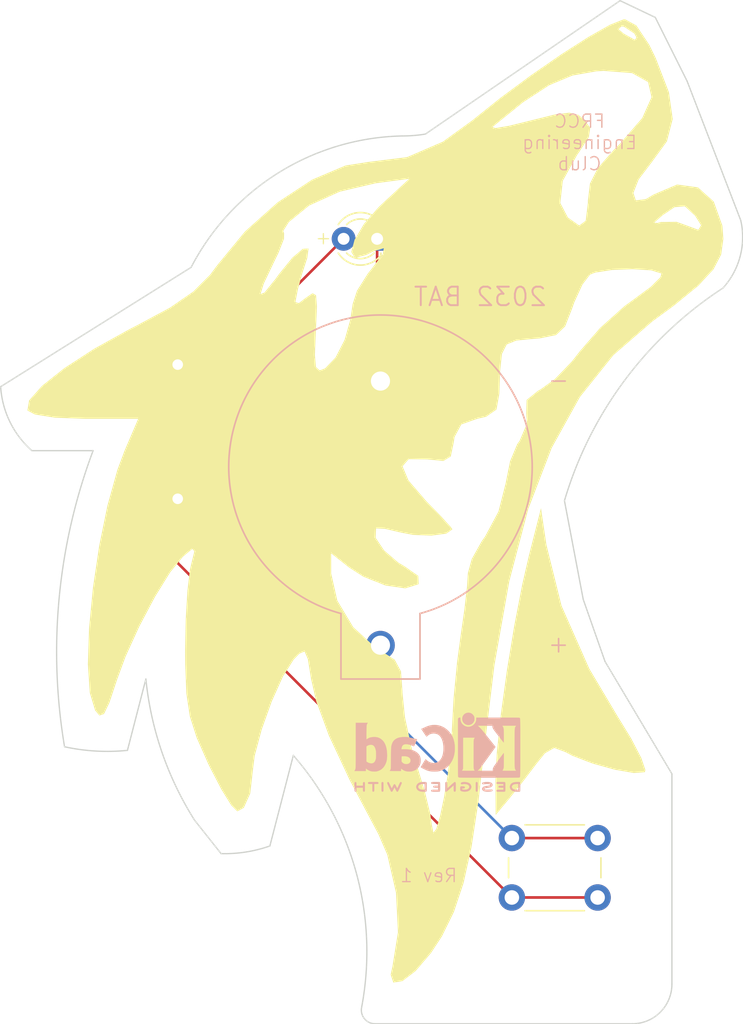
<source format=kicad_pcb>
(kicad_pcb (version 20241229) (generator "pcbnew") (generator_version "9.0")
  (title_block (title "Soldering Demo PCB") (date "2026-01-02") (rev "1") (company "FRCC Engineering Club Larimer Campus") (comment 1 "Designed by Lee Nicoletti-Jones"))
  (layers (0 "F.Cu" signal) (2 "B.Cu" signal) (13 "F.Paste" user) (15 "B.Paste" user) (5 "F.SilkS" user "F.Silkscreen") (7 "B.SilkS" user "B.Silkscreen") (1 "F.Mask" user) (3 "B.Mask" user) (25 "Edge.Cuts" user))
  (net 0 "")
  (net 1 "Net-(D1-A)")
  (net 2 "Net-(D1-K)")
  (net 3 "Net-(R1-Pad2)")
  (net 4 "Net-(BT1-Pad+)")
  (footprint "Resistor_THT:R_Axial_DIN0207_L6.3mm_D2.5mm_P10.16mm_Horizontal" (layer "F.Cu") (at 131.445 93.726 -90)
    (property "Reference" "R1" (hide yes))
    (property "Value" "100Ω" (hide yes))
    (pad "1" thru_hole circle (at 0 0 270) (size 1.6 1.6) (drill 0.8) (layers "*.Cu" "*.Mask") (net 1 "Net-(D1-A)"))
    (pad "2" thru_hole circle (at 10.16 0 270) (size 1.6 1.6) (drill 0.8) (layers "*.Cu" "*.Mask") (net 3 "Net-(R1-Pad2)"))
  )
  (footprint "BS-3_2032_Battery_Holder:Wolf_Logo_XL" (layer "F.Cu") (at 146.05 101.346)
    (property "Reference" "G***" (at 0 0 0) (layer "F.SilkS") (effects (font (size 1.5 1.5) (thickness 0.3))))
    (property "Value" "LOGO" (hide yes))
  )
  (footprint "LED_THT:LED_D3.0mm" (layer "F.Cu") (at 146.558 84.201 180)
    (property "Reference" "D1" (hide yes))
    (property "Value" "LED")
    (pad "1" thru_hole rect (at 0 0 180) (size 1.8 1.8) (drill 0.9) (layers "*.Cu" "*.Mask") (net 2 "Net-(D1-K)"))
    (pad "2" thru_hole circle (at 2.54 0 180) (size 1.8 1.8) (drill 0.9) (layers "*.Cu" "*.Mask") (net 1 "Net-(D1-A)"))
  )
  (footprint "Button_Switch_THT:SW_PUSH_6mm_H4.3mm" (layer "F.Cu") (at 156.77 129.576)
    (property "Reference" "SW1" (hide yes))
    (property "Value" "SW_Push")
    (pad "1" thru_hole circle (at 0 0 90) (size 2 2) (drill 1.1) (layers "*.Cu" "*.Mask") (net 4 "Net-(BT1-Pad+)"))
    (pad "1" thru_hole circle (at 6.5 0 90) (size 2 2) (drill 1.1) (layers "*.Cu" "*.Mask") (net 4 "Net-(BT1-Pad+)"))
    (pad "2" thru_hole circle (at 0 4.5 90) (size 2 2) (drill 1.1) (layers "*.Cu" "*.Mask") (net 3 "Net-(R1-Pad2)"))
    (pad "2" thru_hole circle (at 6.5 4.5 90) (size 2 2) (drill 1.1) (layers "*.Cu" "*.Mask") (net 3 "Net-(R1-Pad2)"))
  )
  (footprint "Symbol:KiCad-Logo2_5mm_SilkScreen" (layer "B.Cu") (at 151.13 123.063 180)
    (property "Reference" "REF**" (hide yes))
    (property "Value" "KiCad-Logo2_5mm_SilkScreen" (hide yes))
  )
  (footprint "BS-3_2032_Battery_Holder:BAT_BS-3" (layer "B.Cu") (at 146.812 101.473 180)
    (property "Reference" "2032 BAT" (at -7.555 12.889 0) (layer "B.SilkS") (effects (font (size 1.4 1.4)) (justify mirror)))
    (property "Value" "BS-3")
    (pad "+" thru_hole circle (at 0 -13.5 180) (size 2.175 2.175) (drill 1.45) (layers "*.Cu" "*.Mask") (net 4 "Net-(BT1-Pad+)"))
    (pad "-" thru_hole circle (at 0 6.5 180) (size 2.175 2.175) (drill 1.45) (layers "*.Cu" "*.Mask") (net 2 "Net-(D1-K)"))
  )
  (gr_arc (start 174.117 82.804) (mid 174.071047 85.531518) (end 172.769227 87.928752) (stroke (width 0.1)) (layer "Edge.Cuts"))
  (gr_arc (start 168.9 140.637) (mid 168.02132 142.75832) (end 165.9 143.637) (stroke (width 0.1)) (layer "Edge.Cuts"))
  (gr_line (start 167.64 67.437) (end 170.053 72.263) (stroke (width 0.1)) (layer "Edge.Cuts"))
  (gr_line (start 129.032 117.533) (end 127.635 122.936) (stroke (width 0.1)) (layer "Edge.Cuts"))
  (gr_line (start 125.031924 100.242645) (end 120.396 100.242645) (stroke (width 0.1)) (layer "Edge.Cuts"))
  (gr_arc (start 132.461 86.36) (mid 139.09691 79.190989) (end 148.462132 76.412025) (stroke (width 0.1)) (layer "Edge.Cuts"))
  (gr_line (start 160.75527 104.033716) (end 162.179 111.506) (stroke (width 0.1)) (layer "Edge.Cuts"))
  (gr_arc (start 132.72054 128.219803) (mid 130.254964 123.090844) (end 129.032 117.533) (stroke (width 0.1)) (layer "Edge.Cuts"))
  (gr_arc (start 160.75527 104.033714) (mid 165.324601 94.908779) (end 172.769227 87.928752) (stroke (width 0.1)) (layer "Edge.Cuts"))
  (gr_line (start 163.83 116.205) (end 168.9 124.714) (stroke (width 0.1)) (layer "Edge.Cuts"))
  (gr_line (start 165.9 143.637) (end 146.4 143.637) (stroke (width 0.1)) (layer "Edge.Cuts"))
  (gr_line (start 132.72054 128.219803) (end 134.731923 130.75527) (stroke (width 0.1)) (layer "Edge.Cuts"))
  (gr_arc (start 138.43 130.175) (mid 136.607382 130.633501) (end 134.731928 130.75527) (stroke (width 0.1)) (layer "Edge.Cuts"))
  (gr_arc (start 127.635 122.936) (mid 125.240931 122.987526) (end 122.868336 122.663467) (stroke (width 0.1)) (layer "Edge.Cuts"))
  (gr_arc (start 122.868336 122.663467) (mid 122.468094 111.310041) (end 125.031924 100.242645) (stroke (width 0.1)) (layer "Edge.Cuts"))
  (gr_line (start 168.9 124.714) (end 168.9 140.637) (stroke (width 0.1)) (layer "Edge.Cuts"))
  (gr_arc (start 146.4 143.637) (mid 145.598044 143.257446) (end 145.383138 142.396627) (stroke (width 0.1)) (layer "Edge.Cuts"))
  (gr_arc (start 150.21769 76.269456) (mid 149.342801 76.376324) (end 148.462132 76.412025) (stroke (width 0.1)) (layer "Edge.Cuts"))
  (gr_arc (start 120.396 100.242645) (mid 118.727071 98.056792) (end 118.026156 95.397469) (stroke (width 0.1)) (layer "Edge.Cuts"))
  (gr_arc (start 140.207114 123.317773) (mid 144.99279 132.260982) (end 145.383138 142.396627) (stroke (width 0.1)) (layer "Edge.Cuts"))
  (gr_line (start 150.217684 76.269456) (end 164.973 66.167) (stroke (width 0.1)) (layer "Edge.Cuts"))
  (gr_line (start 140.208 123.317) (end 138.43 130.175) (stroke (width 0.1)) (layer "Edge.Cuts"))
  (gr_line (start 170.053 72.263) (end 174.117 82.804) (stroke (width 0.1)) (layer "Edge.Cuts"))
  (gr_line (start 118.026156 95.39758) (end 132.461 86.36) (stroke (width 0.1)) (layer "Edge.Cuts"))
  (gr_line (start 162.179 111.506) (end 163.83 116.205) (stroke (width 0.1)) (layer "Edge.Cuts"))
  (gr_line (start 164.973 66.167) (end 167.64 67.437) (stroke (width 0.1)) (layer "Edge.Cuts"))
  (gr_text "+" (at 141.8 84.701 0) (layer "F.SilkS") (effects (font (size 1 1) (thickness 0.1)) (justify left bottom)))
  (gr_text "FRCC\nEngineering\nClub" (at 161.9 79.101 0) (layer "B.SilkS") (effects (font (size 1 1) (thickness 0.1)) (justify bottom mirror)))
  (gr_text "Rev 1" (at 152.7 133.001 0) (layer "B.SilkS") (effects (font (size 1 1) (thickness 0.1)) (justify left bottom mirror)))
  (segment (start 131.445 93.726) (end 134.493 93.726) (width 0.2) (layer "F.Cu") (net 1))
  (segment (start 134.493 93.726) (end 144.018 84.201) (width 0.2) (layer "F.Cu") (net 1))
  (segment (start 146.558 94.719) (end 146.812 94.973) (width 0.2) (layer "F.Cu") (net 2))
  (segment (start 146.558 84.201) (end 146.558 94.719) (width 0.2) (layer "F.Cu") (net 2))
  (segment (start 131.445 108.751) (end 131.445 103.886) (width 0.2) (layer "F.Cu") (net 3))
  (segment (start 156.77 134.076) (end 163.27 134.076) (width 0.2) (layer "F.Cu") (net 3))
  (segment (start 156.77 134.076) (end 131.445 108.751) (width 0.2) (layer "F.Cu") (net 3))
  (segment (start 156.77 129.576) (end 163.27 129.576) (width 0.2) (layer "F.Cu") (net 4))
  (segment (start 146.812 114.973) (end 146.812 119.618) (width 0.2) (layer "B.Cu") (net 4))
  (segment (start 146.812 119.618) (end 156.77 129.576) (width 0.2) (layer "B.Cu") (net 4))
)
</source>
